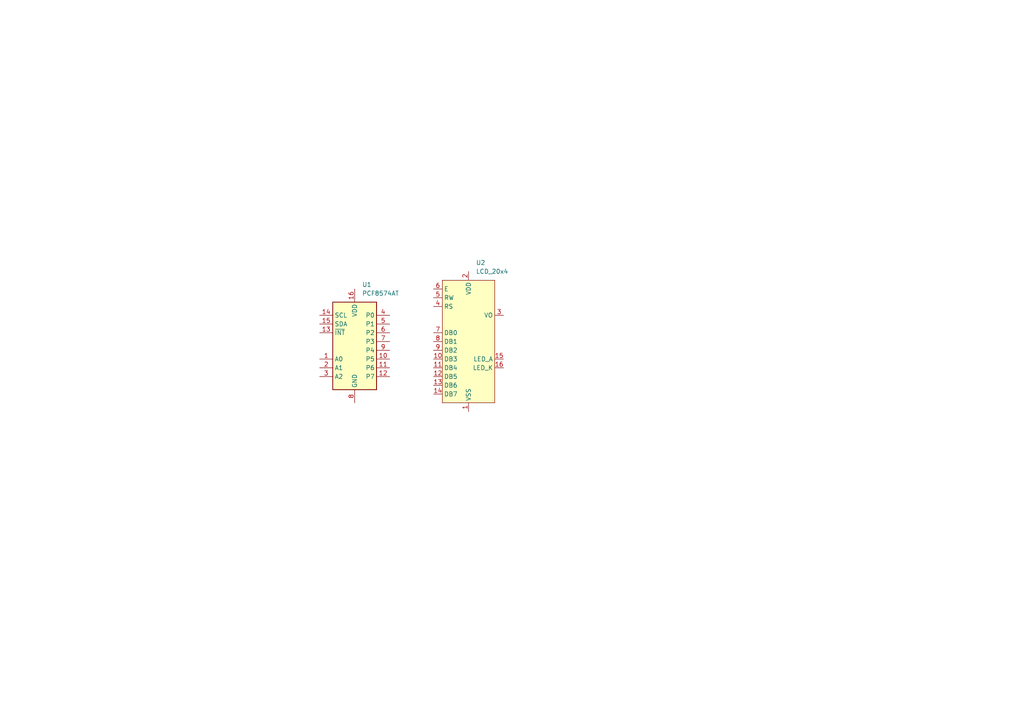
<source format=kicad_sch>
(kicad_sch (version 20250114) (generator "eeschema") (generator_version "9.0")
  (paper "A4")
  (lib_symbols
    (symbol "Interface_Expansion:PCF8574AT"
      (property "Reference" "U" (at -6.35 12.954 0))
      (property "Value" "PCF8574AT" (at 3.048 12.954 0))
      (symbol "PCF8574AT_0_1"
        (rectangle (start -6.35 -13.97) (end 6.35 11.43) (stroke (width 0.254)) (fill (type background)))
      )
      (symbol "PCF8574AT_1_1"
        (pin input line (at -10.16 7.62 0) (length 3.81) (name "SCL") (number "14"))
        (pin bidirectional line (at -10.16 5.08 0) (length 3.81) (name "SDA") (number "15"))
        (pin open_collector line (at -10.16 2.54 0) (length 3.81) (name "~{INT}") (number "13"))
        (pin input line (at -10.16 -5.08 0) (length 3.81) (name "A0") (number "1"))
        (pin input line (at -10.16 -7.62 0) (length 3.81) (name "A1") (number "2"))
        (pin input line (at -10.16 -10.16 0) (length 3.81) (name "A2") (number "3"))
        (pin power_in line (at 0 15.24 270) (length 3.81) (name "VDD") (number "16"))
        (pin power_in line (at 0 -17.78 90) (length 3.81) (name "GND") (number "8"))
        (pin bidirectional line (at 10.16 7.62 180) (length 3.81) (name "P0") (number "4"))
        (pin bidirectional line (at 10.16 5.08 180) (length 3.81) (name "P1") (number "5"))
        (pin bidirectional line (at 10.16 2.54 180) (length 3.81) (name "P2") (number "6"))
        (pin bidirectional line (at 10.16 0 180) (length 3.81) (name "P3") (number "7"))
        (pin bidirectional line (at 10.16 -2.54 180) (length 3.81) (name "P4") (number "9"))
        (pin bidirectional line (at 10.16 -5.08 180) (length 3.81) (name "P5") (number "10"))
        (pin bidirectional line (at 10.16 -7.62 180) (length 3.81) (name "P6") (number "11"))
        (pin bidirectional line (at 10.16 -10.16 180) (length 3.81) (name "P7") (number "12"))
      )
    )
    (symbol "PCM_SL_Breakout_Boards:LCD_16x4"
      (property "Reference" "U" (at -6.35 22.86 0))
      (property "Value" "LCD_16x4" (at -6.35 20.32 0))
      (symbol "LCD_16x4_1_1"
        (rectangle (start -7.62 17.78) (end 7.62 -17.78) (fill (type background)))
        (pin input line (at -10.16 15.24 0) (length 2.54) (name "E") (number "6"))
        (pin input line (at -10.16 12.7 0) (length 2.54) (name "RW") (number "5"))
        (pin input line (at -10.16 10.16 0) (length 2.54) (name "RS") (number "4"))
        (pin bidirectional line (at -10.16 2.54 0) (length 2.54) (name "DB0") (number "7"))
        (pin bidirectional line (at -10.16 0 0) (length 2.54) (name "DB1") (number "8"))
        (pin bidirectional line (at -10.16 -2.54 0) (length 2.54) (name "DB2") (number "9"))
        (pin bidirectional line (at -10.16 -5.08 0) (length 2.54) (name "DB3") (number "10"))
        (pin bidirectional line (at -10.16 -7.62 0) (length 2.54) (name "DB4") (number "11"))
        (pin bidirectional line (at -10.16 -10.16 0) (length 2.54) (name "DB5") (number "12"))
        (pin bidirectional line (at -10.16 -12.7 0) (length 2.54) (name "DB6") (number "13"))
        (pin bidirectional line (at -10.16 -15.24 0) (length 2.54) (name "DB7") (number "14"))
        (pin power_in line (at 0 20.32 270) (length 2.54) (name "VDD") (number "2"))
        (pin power_in line (at 0 -20.32 90) (length 2.54) (name "VSS") (number "1"))
        (pin input line (at 10.16 7.62 180) (length 2.54) (name "VO") (number "3"))
        (pin power_in line (at 10.16 -5.08 180) (length 2.54) (name "LED_A") (number "15"))
        (pin power_in line (at 10.16 -7.62 180) (length 2.54) (name "LED_K") (number "16"))
      )
    )
  )
  (symbol (lib_id "PCM_SL_Breakout_Boards:LCD_16x4") (at 135.89 99.06 0) (unit 1)
    (property "Reference" "U2" (at 138.0333 76.2 0) (effects (justify left)))
    (property "Value" "LCD_20x4" (at 138.0333 78.74 0) (effects (justify left)))
    (property "Footprint" "PCM_SL_Breakout_Boards:LCD-16X4" (effects (hide yes)))
    (property "Description" "16 X 4 Liquid Crystal Display" (effects (hide yes)))
  )
  (symbol (lib_id "Interface_Expansion:PCF8574AT") (at 102.87 99.06 0) (unit 1)
    (property "Reference" "U1" (at 105.0133 82.55 0) (effects (justify left)))
    (property "Value" "PCF8574AT" (at 105.0133 85.09 0) (effects (justify left)))
    (property "Footprint" "Package_SO:SOIC-16W_7.5x10.3mm_P1.27mm" (effects (hide yes)))
    (property "Datasheet" "http://www.nxp.com/docs/en/data-sheet/PCF8574_PCF8574A.pdf" (effects (hide yes)))
    (property "Description" "8 Bit Port/Expander to I2C Bus, fixed address bits 0b0111, SOIC-16" (effects (hide yes)))
  )
)
</source>
